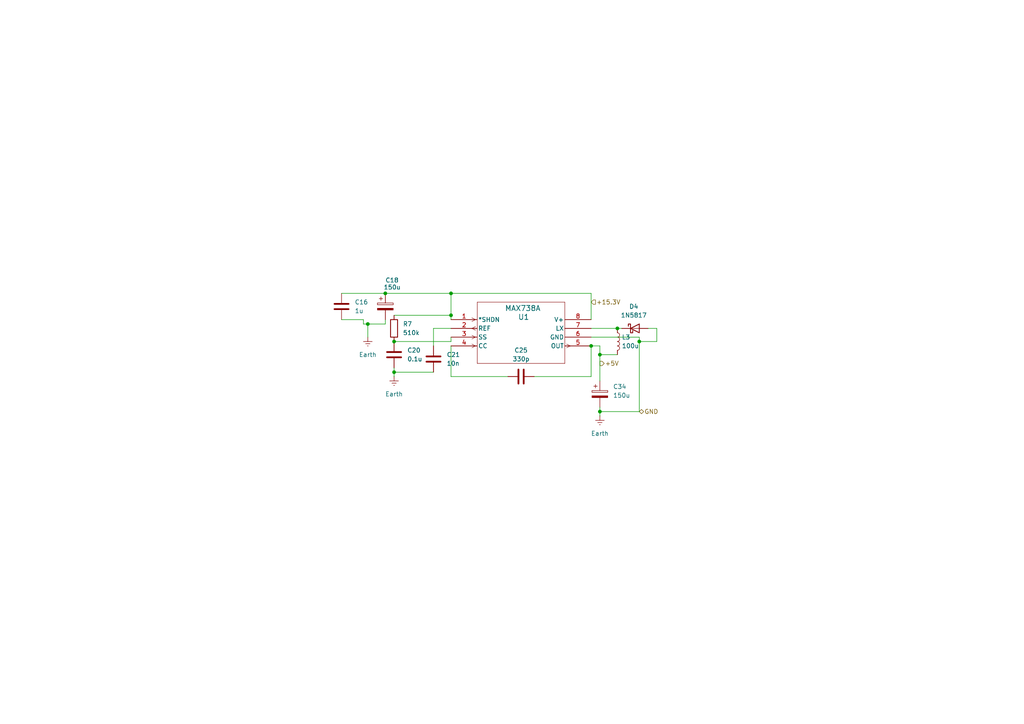
<source format=kicad_sch>
(kicad_sch
	(version 20250114)
	(generator "eeschema")
	(generator_version "9.0")
	(uuid "a527722c-7560-4e5b-b81e-2ea3f6602cac")
	(paper "A4")
	(lib_symbols
		(symbol "2025-05-20_09-16-11:max738acpa+"
			(pin_names
				(offset 0.254)
			)
			(exclude_from_sim no)
			(in_bom yes)
			(on_board yes)
			(property "Reference" "U"
				(at 20.32 10.16 0)
				(effects
					(font
						(size 1.524 1.524)
					)
				)
			)
			(property "Value" "max738acpa+"
				(at 20.32 7.62 0)
				(effects
					(font
						(size 1.524 1.524)
					)
				)
			)
			(property "Footprint" "21-0043_P8+3_MXM"
				(at 0 0 0)
				(effects
					(font
						(size 1.27 1.27)
						(italic yes)
					)
					(hide yes)
				)
			)
			(property "Datasheet" "max738acpa+"
				(at 0 0 0)
				(effects
					(font
						(size 1.27 1.27)
						(italic yes)
					)
					(hide yes)
				)
			)
			(property "Description" ""
				(at 0 0 0)
				(effects
					(font
						(size 1.27 1.27)
					)
					(hide yes)
				)
			)
			(property "ki_locked" ""
				(at 0 0 0)
				(effects
					(font
						(size 1.27 1.27)
					)
				)
			)
			(property "ki_keywords" "max738acpa+"
				(at 0 0 0)
				(effects
					(font
						(size 1.27 1.27)
					)
					(hide yes)
				)
			)
			(property "ki_fp_filters" "21-0043_P8+3_MXM"
				(at 0 0 0)
				(effects
					(font
						(size 1.27 1.27)
					)
					(hide yes)
				)
			)
			(symbol "max738acpa+_0_1"
				(polyline
					(pts
						(xy 7.0993 0) (xy 6.0579 0.5207)
					)
					(stroke
						(width 0.127)
						(type default)
					)
					(fill
						(type none)
					)
				)
				(polyline
					(pts
						(xy 7.0993 0) (xy 6.0579 -0.5207)
					)
					(stroke
						(width 0.127)
						(type default)
					)
					(fill
						(type none)
					)
				)
				(polyline
					(pts
						(xy 7.0993 -2.0193) (xy 6.0579 -2.54)
					)
					(stroke
						(width 0.127)
						(type default)
					)
					(fill
						(type none)
					)
				)
				(polyline
					(pts
						(xy 7.0993 -3.0607) (xy 6.0579 -2.54)
					)
					(stroke
						(width 0.127)
						(type default)
					)
					(fill
						(type none)
					)
				)
				(polyline
					(pts
						(xy 7.0993 -5.08) (xy 6.0579 -4.5593)
					)
					(stroke
						(width 0.127)
						(type default)
					)
					(fill
						(type none)
					)
				)
				(polyline
					(pts
						(xy 7.0993 -5.08) (xy 6.0579 -5.6007)
					)
					(stroke
						(width 0.127)
						(type default)
					)
					(fill
						(type none)
					)
				)
				(polyline
					(pts
						(xy 7.0993 -7.62) (xy 6.0579 -7.0993)
					)
					(stroke
						(width 0.127)
						(type default)
					)
					(fill
						(type none)
					)
				)
				(polyline
					(pts
						(xy 7.0993 -7.62) (xy 6.0579 -8.1407)
					)
					(stroke
						(width 0.127)
						(type default)
					)
					(fill
						(type none)
					)
				)
				(polyline
					(pts
						(xy 7.62 5.08) (xy 7.62 -12.7)
					)
					(stroke
						(width 0.127)
						(type default)
					)
					(fill
						(type none)
					)
				)
				(polyline
					(pts
						(xy 7.62 -12.7) (xy 33.02 -12.7)
					)
					(stroke
						(width 0.127)
						(type default)
					)
					(fill
						(type none)
					)
				)
				(polyline
					(pts
						(xy 33.02 5.08) (xy 7.62 5.08)
					)
					(stroke
						(width 0.127)
						(type default)
					)
					(fill
						(type none)
					)
				)
				(polyline
					(pts
						(xy 33.02 -12.7) (xy 33.02 5.08)
					)
					(stroke
						(width 0.127)
						(type default)
					)
					(fill
						(type none)
					)
				)
				(polyline
					(pts
						(xy 33.5407 -7.0993) (xy 34.5821 -7.62)
					)
					(stroke
						(width 0.127)
						(type default)
					)
					(fill
						(type none)
					)
				)
				(polyline
					(pts
						(xy 33.5407 -8.1407) (xy 34.5821 -7.62)
					)
					(stroke
						(width 0.127)
						(type default)
					)
					(fill
						(type none)
					)
				)
				(pin input line
					(at 0 0 0)
					(length 7.62)
					(name "*SHDN"
						(effects
							(font
								(size 1.27 1.27)
							)
						)
					)
					(number "1"
						(effects
							(font
								(size 1.27 1.27)
							)
						)
					)
				)
				(pin output line
					(at 0 -2.54 0)
					(length 7.62)
					(name "REF"
						(effects
							(font
								(size 1.27 1.27)
							)
						)
					)
					(number "2"
						(effects
							(font
								(size 1.27 1.27)
							)
						)
					)
				)
				(pin input line
					(at 0 -5.08 0)
					(length 7.62)
					(name "SS"
						(effects
							(font
								(size 1.27 1.27)
							)
						)
					)
					(number "3"
						(effects
							(font
								(size 1.27 1.27)
							)
						)
					)
				)
				(pin input line
					(at 0 -7.62 0)
					(length 7.62)
					(name "CC"
						(effects
							(font
								(size 1.27 1.27)
							)
						)
					)
					(number "4"
						(effects
							(font
								(size 1.27 1.27)
							)
						)
					)
				)
				(pin power_in line
					(at 40.64 0 180)
					(length 7.62)
					(name "V+"
						(effects
							(font
								(size 1.27 1.27)
							)
						)
					)
					(number "8"
						(effects
							(font
								(size 1.27 1.27)
							)
						)
					)
				)
				(pin unspecified line
					(at 40.64 -2.54 180)
					(length 7.62)
					(name "LX"
						(effects
							(font
								(size 1.27 1.27)
							)
						)
					)
					(number "7"
						(effects
							(font
								(size 1.27 1.27)
							)
						)
					)
				)
				(pin power_in line
					(at 40.64 -5.08 180)
					(length 7.62)
					(name "GND"
						(effects
							(font
								(size 1.27 1.27)
							)
						)
					)
					(number "6"
						(effects
							(font
								(size 1.27 1.27)
							)
						)
					)
				)
				(pin output line
					(at 40.64 -7.62 180)
					(length 7.62)
					(name "OUT"
						(effects
							(font
								(size 1.27 1.27)
							)
						)
					)
					(number "5"
						(effects
							(font
								(size 1.27 1.27)
							)
						)
					)
				)
			)
			(embedded_fonts no)
		)
		(symbol "Device:C"
			(pin_numbers
				(hide yes)
			)
			(pin_names
				(offset 0.254)
			)
			(exclude_from_sim no)
			(in_bom yes)
			(on_board yes)
			(property "Reference" "C"
				(at 0.635 2.54 0)
				(effects
					(font
						(size 1.27 1.27)
					)
					(justify left)
				)
			)
			(property "Value" "C"
				(at 0.635 -2.54 0)
				(effects
					(font
						(size 1.27 1.27)
					)
					(justify left)
				)
			)
			(property "Footprint" ""
				(at 0.9652 -3.81 0)
				(effects
					(font
						(size 1.27 1.27)
					)
					(hide yes)
				)
			)
			(property "Datasheet" "~"
				(at 0 0 0)
				(effects
					(font
						(size 1.27 1.27)
					)
					(hide yes)
				)
			)
			(property "Description" "Unpolarized capacitor"
				(at 0 0 0)
				(effects
					(font
						(size 1.27 1.27)
					)
					(hide yes)
				)
			)
			(property "ki_keywords" "cap capacitor"
				(at 0 0 0)
				(effects
					(font
						(size 1.27 1.27)
					)
					(hide yes)
				)
			)
			(property "ki_fp_filters" "C_*"
				(at 0 0 0)
				(effects
					(font
						(size 1.27 1.27)
					)
					(hide yes)
				)
			)
			(symbol "C_0_1"
				(polyline
					(pts
						(xy -2.032 0.762) (xy 2.032 0.762)
					)
					(stroke
						(width 0.508)
						(type default)
					)
					(fill
						(type none)
					)
				)
				(polyline
					(pts
						(xy -2.032 -0.762) (xy 2.032 -0.762)
					)
					(stroke
						(width 0.508)
						(type default)
					)
					(fill
						(type none)
					)
				)
			)
			(symbol "C_1_1"
				(pin passive line
					(at 0 3.81 270)
					(length 2.794)
					(name "~"
						(effects
							(font
								(size 1.27 1.27)
							)
						)
					)
					(number "1"
						(effects
							(font
								(size 1.27 1.27)
							)
						)
					)
				)
				(pin passive line
					(at 0 -3.81 90)
					(length 2.794)
					(name "~"
						(effects
							(font
								(size 1.27 1.27)
							)
						)
					)
					(number "2"
						(effects
							(font
								(size 1.27 1.27)
							)
						)
					)
				)
			)
			(embedded_fonts no)
		)
		(symbol "Device:C_Polarized"
			(pin_numbers
				(hide yes)
			)
			(pin_names
				(offset 0.254)
			)
			(exclude_from_sim no)
			(in_bom yes)
			(on_board yes)
			(property "Reference" "C"
				(at 0.635 2.54 0)
				(effects
					(font
						(size 1.27 1.27)
					)
					(justify left)
				)
			)
			(property "Value" "C_Polarized"
				(at 0.635 -2.54 0)
				(effects
					(font
						(size 1.27 1.27)
					)
					(justify left)
				)
			)
			(property "Footprint" ""
				(at 0.9652 -3.81 0)
				(effects
					(font
						(size 1.27 1.27)
					)
					(hide yes)
				)
			)
			(property "Datasheet" "~"
				(at 0 0 0)
				(effects
					(font
						(size 1.27 1.27)
					)
					(hide yes)
				)
			)
			(property "Description" "Polarized capacitor"
				(at 0 0 0)
				(effects
					(font
						(size 1.27 1.27)
					)
					(hide yes)
				)
			)
			(property "ki_keywords" "cap capacitor"
				(at 0 0 0)
				(effects
					(font
						(size 1.27 1.27)
					)
					(hide yes)
				)
			)
			(property "ki_fp_filters" "CP_*"
				(at 0 0 0)
				(effects
					(font
						(size 1.27 1.27)
					)
					(hide yes)
				)
			)
			(symbol "C_Polarized_0_1"
				(rectangle
					(start -2.286 0.508)
					(end 2.286 1.016)
					(stroke
						(width 0)
						(type default)
					)
					(fill
						(type none)
					)
				)
				(polyline
					(pts
						(xy -1.778 2.286) (xy -0.762 2.286)
					)
					(stroke
						(width 0)
						(type default)
					)
					(fill
						(type none)
					)
				)
				(polyline
					(pts
						(xy -1.27 2.794) (xy -1.27 1.778)
					)
					(stroke
						(width 0)
						(type default)
					)
					(fill
						(type none)
					)
				)
				(rectangle
					(start 2.286 -0.508)
					(end -2.286 -1.016)
					(stroke
						(width 0)
						(type default)
					)
					(fill
						(type outline)
					)
				)
			)
			(symbol "C_Polarized_1_1"
				(pin passive line
					(at 0 3.81 270)
					(length 2.794)
					(name "~"
						(effects
							(font
								(size 1.27 1.27)
							)
						)
					)
					(number "1"
						(effects
							(font
								(size 1.27 1.27)
							)
						)
					)
				)
				(pin passive line
					(at 0 -3.81 90)
					(length 2.794)
					(name "~"
						(effects
							(font
								(size 1.27 1.27)
							)
						)
					)
					(number "2"
						(effects
							(font
								(size 1.27 1.27)
							)
						)
					)
				)
			)
			(embedded_fonts no)
		)
		(symbol "Device:L"
			(pin_numbers
				(hide yes)
			)
			(pin_names
				(offset 1.016)
				(hide yes)
			)
			(exclude_from_sim no)
			(in_bom yes)
			(on_board yes)
			(property "Reference" "L"
				(at -1.27 0 90)
				(effects
					(font
						(size 1.27 1.27)
					)
				)
			)
			(property "Value" "L"
				(at 1.905 0 90)
				(effects
					(font
						(size 1.27 1.27)
					)
				)
			)
			(property "Footprint" ""
				(at 0 0 0)
				(effects
					(font
						(size 1.27 1.27)
					)
					(hide yes)
				)
			)
			(property "Datasheet" "~"
				(at 0 0 0)
				(effects
					(font
						(size 1.27 1.27)
					)
					(hide yes)
				)
			)
			(property "Description" "Inductor"
				(at 0 0 0)
				(effects
					(font
						(size 1.27 1.27)
					)
					(hide yes)
				)
			)
			(property "ki_keywords" "inductor choke coil reactor magnetic"
				(at 0 0 0)
				(effects
					(font
						(size 1.27 1.27)
					)
					(hide yes)
				)
			)
			(property "ki_fp_filters" "Choke_* *Coil* Inductor_* L_*"
				(at 0 0 0)
				(effects
					(font
						(size 1.27 1.27)
					)
					(hide yes)
				)
			)
			(symbol "L_0_1"
				(arc
					(start 0 2.54)
					(mid 0.6323 1.905)
					(end 0 1.27)
					(stroke
						(width 0)
						(type default)
					)
					(fill
						(type none)
					)
				)
				(arc
					(start 0 1.27)
					(mid 0.6323 0.635)
					(end 0 0)
					(stroke
						(width 0)
						(type default)
					)
					(fill
						(type none)
					)
				)
				(arc
					(start 0 0)
					(mid 0.6323 -0.635)
					(end 0 -1.27)
					(stroke
						(width 0)
						(type default)
					)
					(fill
						(type none)
					)
				)
				(arc
					(start 0 -1.27)
					(mid 0.6323 -1.905)
					(end 0 -2.54)
					(stroke
						(width 0)
						(type default)
					)
					(fill
						(type none)
					)
				)
			)
			(symbol "L_1_1"
				(pin passive line
					(at 0 3.81 270)
					(length 1.27)
					(name "1"
						(effects
							(font
								(size 1.27 1.27)
							)
						)
					)
					(number "1"
						(effects
							(font
								(size 1.27 1.27)
							)
						)
					)
				)
				(pin passive line
					(at 0 -3.81 90)
					(length 1.27)
					(name "2"
						(effects
							(font
								(size 1.27 1.27)
							)
						)
					)
					(number "2"
						(effects
							(font
								(size 1.27 1.27)
							)
						)
					)
				)
			)
			(embedded_fonts no)
		)
		(symbol "Device:R"
			(pin_numbers
				(hide yes)
			)
			(pin_names
				(offset 0)
			)
			(exclude_from_sim no)
			(in_bom yes)
			(on_board yes)
			(property "Reference" "R"
				(at 2.54 0 90)
				(effects
					(font
						(size 1.27 1.27)
					)
				)
			)
			(property "Value" "R"
				(at 0 0 90)
				(effects
					(font
						(size 1.27 1.27)
					)
				)
			)
			(property "Footprint" ""
				(at -1.778 0 90)
				(effects
					(font
						(size 1.27 1.27)
					)
					(hide yes)
				)
			)
			(property "Datasheet" "~"
				(at 0 0 0)
				(effects
					(font
						(size 1.27 1.27)
					)
					(hide yes)
				)
			)
			(property "Description" "Resistor"
				(at 5.842 2.032 0)
				(effects
					(font
						(size 1.27 1.27)
					)
					(hide yes)
				)
			)
			(property "ki_keywords" "R res resistor"
				(at 0 0 0)
				(effects
					(font
						(size 1.27 1.27)
					)
					(hide yes)
				)
			)
			(property "ki_fp_filters" "R_*"
				(at 0 0 0)
				(effects
					(font
						(size 1.27 1.27)
					)
					(hide yes)
				)
			)
			(symbol "R_0_1"
				(rectangle
					(start -1.016 -2.54)
					(end 1.016 2.54)
					(stroke
						(width 0.254)
						(type default)
					)
					(fill
						(type none)
					)
				)
			)
			(symbol "R_1_1"
				(pin passive line
					(at 0 3.81 270)
					(length 1.27)
					(name "~"
						(effects
							(font
								(size 1.27 1.27)
							)
						)
					)
					(number "1"
						(effects
							(font
								(size 1.27 1.27)
							)
						)
					)
				)
				(pin passive line
					(at 0 -3.81 90)
					(length 1.27)
					(name "~"
						(effects
							(font
								(size 1.27 1.27)
							)
						)
					)
					(number "2"
						(effects
							(font
								(size 1.27 1.27)
							)
						)
					)
				)
			)
			(embedded_fonts no)
		)
		(symbol "Diode:1N5817"
			(pin_numbers
				(hide yes)
			)
			(pin_names
				(offset 1.016)
				(hide yes)
			)
			(exclude_from_sim no)
			(in_bom yes)
			(on_board yes)
			(property "Reference" "D"
				(at 0 2.54 0)
				(effects
					(font
						(size 1.27 1.27)
					)
				)
			)
			(property "Value" "1N5817"
				(at 0 -2.54 0)
				(effects
					(font
						(size 1.27 1.27)
					)
				)
			)
			(property "Footprint" "Diode_THT:D_DO-41_SOD81_P10.16mm_Horizontal"
				(at 0 -4.445 0)
				(effects
					(font
						(size 1.27 1.27)
					)
					(hide yes)
				)
			)
			(property "Datasheet" "http://www.vishay.com/docs/88525/1n5817.pdf"
				(at 0 0 0)
				(effects
					(font
						(size 1.27 1.27)
					)
					(hide yes)
				)
			)
			(property "Description" "20V 1A Schottky Barrier Rectifier Diode, DO-41"
				(at 0 0 0)
				(effects
					(font
						(size 1.27 1.27)
					)
					(hide yes)
				)
			)
			(property "ki_keywords" "diode Schottky"
				(at 0 0 0)
				(effects
					(font
						(size 1.27 1.27)
					)
					(hide yes)
				)
			)
			(property "ki_fp_filters" "D*DO?41*"
				(at 0 0 0)
				(effects
					(font
						(size 1.27 1.27)
					)
					(hide yes)
				)
			)
			(symbol "1N5817_0_1"
				(polyline
					(pts
						(xy -1.905 0.635) (xy -1.905 1.27) (xy -1.27 1.27) (xy -1.27 -1.27) (xy -0.635 -1.27) (xy -0.635 -0.635)
					)
					(stroke
						(width 0.254)
						(type default)
					)
					(fill
						(type none)
					)
				)
				(polyline
					(pts
						(xy 1.27 1.27) (xy 1.27 -1.27) (xy -1.27 0) (xy 1.27 1.27)
					)
					(stroke
						(width 0.254)
						(type default)
					)
					(fill
						(type none)
					)
				)
				(polyline
					(pts
						(xy 1.27 0) (xy -1.27 0)
					)
					(stroke
						(width 0)
						(type default)
					)
					(fill
						(type none)
					)
				)
			)
			(symbol "1N5817_1_1"
				(pin passive line
					(at -3.81 0 0)
					(length 2.54)
					(name "K"
						(effects
							(font
								(size 1.27 1.27)
							)
						)
					)
					(number "1"
						(effects
							(font
								(size 1.27 1.27)
							)
						)
					)
				)
				(pin passive line
					(at 3.81 0 180)
					(length 2.54)
					(name "A"
						(effects
							(font
								(size 1.27 1.27)
							)
						)
					)
					(number "2"
						(effects
							(font
								(size 1.27 1.27)
							)
						)
					)
				)
			)
			(embedded_fonts no)
		)
		(symbol "power:Earth"
			(power)
			(pin_numbers
				(hide yes)
			)
			(pin_names
				(offset 0)
				(hide yes)
			)
			(exclude_from_sim no)
			(in_bom yes)
			(on_board yes)
			(property "Reference" "#PWR"
				(at 0 -6.35 0)
				(effects
					(font
						(size 1.27 1.27)
					)
					(hide yes)
				)
			)
			(property "Value" "Earth"
				(at 0 -3.81 0)
				(effects
					(font
						(size 1.27 1.27)
					)
				)
			)
			(property "Footprint" ""
				(at 0 0 0)
				(effects
					(font
						(size 1.27 1.27)
					)
					(hide yes)
				)
			)
			(property "Datasheet" "~"
				(at 0 0 0)
				(effects
					(font
						(size 1.27 1.27)
					)
					(hide yes)
				)
			)
			(property "Description" "Power symbol creates a global label with name \"Earth\""
				(at 0 0 0)
				(effects
					(font
						(size 1.27 1.27)
					)
					(hide yes)
				)
			)
			(property "ki_keywords" "global ground gnd"
				(at 0 0 0)
				(effects
					(font
						(size 1.27 1.27)
					)
					(hide yes)
				)
			)
			(symbol "Earth_0_1"
				(polyline
					(pts
						(xy -0.635 -1.905) (xy 0.635 -1.905)
					)
					(stroke
						(width 0)
						(type default)
					)
					(fill
						(type none)
					)
				)
				(polyline
					(pts
						(xy -0.127 -2.54) (xy 0.127 -2.54)
					)
					(stroke
						(width 0)
						(type default)
					)
					(fill
						(type none)
					)
				)
				(polyline
					(pts
						(xy 0 -1.27) (xy 0 0)
					)
					(stroke
						(width 0)
						(type default)
					)
					(fill
						(type none)
					)
				)
				(polyline
					(pts
						(xy 1.27 -1.27) (xy -1.27 -1.27)
					)
					(stroke
						(width 0)
						(type default)
					)
					(fill
						(type none)
					)
				)
			)
			(symbol "Earth_1_1"
				(pin power_in line
					(at 0 0 270)
					(length 0)
					(name "~"
						(effects
							(font
								(size 1.27 1.27)
							)
						)
					)
					(number "1"
						(effects
							(font
								(size 1.27 1.27)
							)
						)
					)
				)
			)
			(embedded_fonts no)
		)
	)
	(junction
		(at 171.45 100.33)
		(diameter 0)
		(color 0 0 0 0)
		(uuid "1a2cd376-899d-470d-ba01-dccd8186b638")
	)
	(junction
		(at 106.68 93.98)
		(diameter 0)
		(color 0 0 0 0)
		(uuid "2ee7fa41-7c6f-4d78-b669-8faa018c5ab1")
	)
	(junction
		(at 185.42 99.06)
		(diameter 0)
		(color 0 0 0 0)
		(uuid "66a15e71-1777-44e8-a856-716d65e5844f")
	)
	(junction
		(at 173.99 119.38)
		(diameter 0)
		(color 0 0 0 0)
		(uuid "70a6ece7-9e07-42ac-88c8-8b7e173e581c")
	)
	(junction
		(at 111.76 85.09)
		(diameter 0)
		(color 0 0 0 0)
		(uuid "8522337b-7aaf-461e-926f-3ecb04c068a8")
	)
	(junction
		(at 130.81 91.44)
		(diameter 0)
		(color 0 0 0 0)
		(uuid "87f6c657-66a4-4a3c-958d-28f23b89b7f9")
	)
	(junction
		(at 130.81 85.09)
		(diameter 0)
		(color 0 0 0 0)
		(uuid "970924ae-b102-4875-93f7-6108a00d03fa")
	)
	(junction
		(at 114.3 107.95)
		(diameter 0)
		(color 0 0 0 0)
		(uuid "c1eeb5e5-556c-4919-a363-bf732da1da1e")
	)
	(junction
		(at 114.3 99.06)
		(diameter 0)
		(color 0 0 0 0)
		(uuid "da183ddc-396b-497d-88e7-5c28cac433d0")
	)
	(junction
		(at 173.99 102.87)
		(diameter 0)
		(color 0 0 0 0)
		(uuid "dff5782d-ce37-4a95-89d8-26b1c08cc732")
	)
	(junction
		(at 179.07 95.25)
		(diameter 0)
		(color 0 0 0 0)
		(uuid "fb8a350c-59bd-4f46-8c47-c4aecedc939d")
	)
	(wire
		(pts
			(xy 125.73 107.95) (xy 114.3 107.95)
		)
		(stroke
			(width 0)
			(type default)
		)
		(uuid "0e00c7ea-c80b-4c4b-84ca-4a53ef0be119")
	)
	(wire
		(pts
			(xy 185.42 119.38) (xy 173.99 119.38)
		)
		(stroke
			(width 0)
			(type default)
		)
		(uuid "1a1829ba-7d1c-43f7-811a-4badb6e1404c")
	)
	(wire
		(pts
			(xy 173.99 118.11) (xy 173.99 119.38)
		)
		(stroke
			(width 0)
			(type default)
		)
		(uuid "1e04937d-673a-4461-b87b-52ee767172e6")
	)
	(wire
		(pts
			(xy 106.68 93.98) (xy 106.68 97.79)
		)
		(stroke
			(width 0)
			(type default)
		)
		(uuid "21693ce1-f035-472d-998a-0dcc12af10d3")
	)
	(wire
		(pts
			(xy 130.81 100.33) (xy 130.81 109.22)
		)
		(stroke
			(width 0)
			(type default)
		)
		(uuid "234c8a4d-7f87-4f2b-909f-2ac01e6d2251")
	)
	(wire
		(pts
			(xy 125.73 95.25) (xy 125.73 100.33)
		)
		(stroke
			(width 0)
			(type default)
		)
		(uuid "237b7fcf-6b12-4bac-99cf-fde68babe622")
	)
	(wire
		(pts
			(xy 99.06 85.09) (xy 111.76 85.09)
		)
		(stroke
			(width 0)
			(type default)
		)
		(uuid "328d6347-79cf-4d17-af96-7c0c3af1167c")
	)
	(wire
		(pts
			(xy 154.94 109.22) (xy 171.45 109.22)
		)
		(stroke
			(width 0)
			(type default)
		)
		(uuid "3458fedf-b3fd-40d5-b1b2-a8e7b5e1bb33")
	)
	(wire
		(pts
			(xy 114.3 106.68) (xy 114.3 107.95)
		)
		(stroke
			(width 0)
			(type default)
		)
		(uuid "4a074631-acf3-40df-b3a3-dff2607067b5")
	)
	(wire
		(pts
			(xy 130.81 95.25) (xy 125.73 95.25)
		)
		(stroke
			(width 0)
			(type default)
		)
		(uuid "4bed56e4-c193-49b6-93f9-fc3ebbbd938b")
	)
	(wire
		(pts
			(xy 173.99 110.49) (xy 173.99 102.87)
		)
		(stroke
			(width 0)
			(type default)
		)
		(uuid "4cdb54f9-303f-4dee-b47b-dcc60938a9e7")
	)
	(wire
		(pts
			(xy 171.45 95.25) (xy 179.07 95.25)
		)
		(stroke
			(width 0)
			(type default)
		)
		(uuid "4ec1633d-b270-4fc9-88d7-c5862d6f059a")
	)
	(wire
		(pts
			(xy 99.06 92.71) (xy 105.41 92.71)
		)
		(stroke
			(width 0)
			(type default)
		)
		(uuid "52e73f7a-2c58-462d-b12b-35db34ab058c")
	)
	(wire
		(pts
			(xy 171.45 85.09) (xy 171.45 92.71)
		)
		(stroke
			(width 0)
			(type default)
		)
		(uuid "5701182e-9421-491b-97bf-03e6e1670728")
	)
	(wire
		(pts
			(xy 187.96 95.25) (xy 190.5 95.25)
		)
		(stroke
			(width 0)
			(type default)
		)
		(uuid "57b8d26b-4268-4ed8-8a4d-6cc720341635")
	)
	(wire
		(pts
			(xy 171.45 109.22) (xy 171.45 100.33)
		)
		(stroke
			(width 0)
			(type default)
		)
		(uuid "5a1389c8-4b17-40b2-9c87-d292882a6c73")
	)
	(wire
		(pts
			(xy 180.34 95.25) (xy 179.07 95.25)
		)
		(stroke
			(width 0)
			(type default)
		)
		(uuid "5ee1769d-6545-46f0-a2cf-759584518297")
	)
	(wire
		(pts
			(xy 130.81 99.06) (xy 114.3 99.06)
		)
		(stroke
			(width 0)
			(type default)
		)
		(uuid "612c0974-1245-4d9b-8966-446ccd26a1d3")
	)
	(wire
		(pts
			(xy 130.81 85.09) (xy 171.45 85.09)
		)
		(stroke
			(width 0)
			(type default)
		)
		(uuid "658b397e-3bc6-4190-812d-0b8ef910750d")
	)
	(wire
		(pts
			(xy 173.99 119.38) (xy 173.99 120.65)
		)
		(stroke
			(width 0)
			(type default)
		)
		(uuid "6ce382fd-948d-496a-a87a-fc62992d60f0")
	)
	(wire
		(pts
			(xy 173.99 102.87) (xy 173.99 100.33)
		)
		(stroke
			(width 0)
			(type default)
		)
		(uuid "7311bada-d6ed-4d4d-b6d1-2f7868ed7740")
	)
	(wire
		(pts
			(xy 171.45 97.79) (xy 185.42 97.79)
		)
		(stroke
			(width 0)
			(type default)
		)
		(uuid "80392574-09b6-4a5c-926c-aab18a0fc6eb")
	)
	(wire
		(pts
			(xy 190.5 95.25) (xy 190.5 99.06)
		)
		(stroke
			(width 0)
			(type default)
		)
		(uuid "87ea73b4-9f14-47cc-95a8-1891e37c0e0d")
	)
	(wire
		(pts
			(xy 105.41 93.98) (xy 106.68 93.98)
		)
		(stroke
			(width 0)
			(type default)
		)
		(uuid "8ed1a9d3-cafa-4e79-a3cc-ed9d416ed5f9")
	)
	(wire
		(pts
			(xy 185.42 99.06) (xy 190.5 99.06)
		)
		(stroke
			(width 0)
			(type default)
		)
		(uuid "994a33fb-7cc4-420c-aebc-88e45e936cad")
	)
	(wire
		(pts
			(xy 130.81 109.22) (xy 147.32 109.22)
		)
		(stroke
			(width 0)
			(type default)
		)
		(uuid "9ed0e523-1c0f-4cc9-b168-708628192e6e")
	)
	(wire
		(pts
			(xy 130.81 85.09) (xy 130.81 91.44)
		)
		(stroke
			(width 0)
			(type default)
		)
		(uuid "ac500887-cc95-42a1-a345-3988d9dec6bb")
	)
	(wire
		(pts
			(xy 173.99 100.33) (xy 171.45 100.33)
		)
		(stroke
			(width 0)
			(type default)
		)
		(uuid "aea18b1e-d34a-4c78-94aa-51fa86476a69")
	)
	(wire
		(pts
			(xy 173.99 102.87) (xy 179.07 102.87)
		)
		(stroke
			(width 0)
			(type default)
		)
		(uuid "b19a0d2e-a90f-41c9-8f5a-815e92c5bbe2")
	)
	(wire
		(pts
			(xy 105.41 92.71) (xy 105.41 93.98)
		)
		(stroke
			(width 0)
			(type default)
		)
		(uuid "b3567cbc-678d-4b36-94d9-e5c0b61e6033")
	)
	(wire
		(pts
			(xy 114.3 91.44) (xy 130.81 91.44)
		)
		(stroke
			(width 0)
			(type default)
		)
		(uuid "c680a0fb-5b41-455b-a535-7693bf336777")
	)
	(wire
		(pts
			(xy 185.42 99.06) (xy 185.42 97.79)
		)
		(stroke
			(width 0)
			(type default)
		)
		(uuid "ca345af8-dd8d-408f-b9ea-160fb2233757")
	)
	(wire
		(pts
			(xy 111.76 85.09) (xy 130.81 85.09)
		)
		(stroke
			(width 0)
			(type default)
		)
		(uuid "cea3c649-554d-44b9-9cd4-e284666399fc")
	)
	(wire
		(pts
			(xy 111.76 93.98) (xy 106.68 93.98)
		)
		(stroke
			(width 0)
			(type default)
		)
		(uuid "d10e18b4-b21d-451d-9f89-47c6bddfd5a6")
	)
	(wire
		(pts
			(xy 114.3 107.95) (xy 114.3 109.22)
		)
		(stroke
			(width 0)
			(type default)
		)
		(uuid "e61b0f31-a58f-478a-9582-0fa74af230ca")
	)
	(wire
		(pts
			(xy 111.76 93.98) (xy 111.76 92.71)
		)
		(stroke
			(width 0)
			(type default)
		)
		(uuid "ef2286ff-56d2-441b-9555-b92f13853d30")
	)
	(wire
		(pts
			(xy 185.42 99.06) (xy 185.42 119.38)
		)
		(stroke
			(width 0)
			(type default)
		)
		(uuid "f91fc45b-595c-4e73-b8bf-b0652593f74f")
	)
	(wire
		(pts
			(xy 130.81 92.71) (xy 130.81 91.44)
		)
		(stroke
			(width 0)
			(type default)
		)
		(uuid "fb6fb144-736f-4563-a9d1-2238844229a1")
	)
	(wire
		(pts
			(xy 130.81 97.79) (xy 130.81 99.06)
		)
		(stroke
			(width 0)
			(type default)
		)
		(uuid "fd6f1fdd-4638-4763-8fc6-152b0f5d4ed3")
	)
	(hierarchical_label "+5V"
		(shape output)
		(at 173.99 105.41 0)
		(effects
			(font
				(size 1.27 1.27)
			)
			(justify left)
		)
		(uuid "06b03a46-a97d-4d5a-a396-fb5c8f1a3018")
	)
	(hierarchical_label "+15.3V"
		(shape input)
		(at 171.45 87.63 0)
		(effects
			(font
				(size 1.27 1.27)
			)
			(justify left)
		)
		(uuid "43a25e9b-4f9d-4ed3-bb8b-68be34e3c5cf")
	)
	(hierarchical_label "GND"
		(shape bidirectional)
		(at 185.42 119.38 0)
		(effects
			(font
				(size 1.27 1.27)
			)
			(justify left)
		)
		(uuid "5bba8fa7-c106-4a89-86f1-70a9ca844526")
	)
	(symbol
		(lib_id "Device:C_Polarized")
		(at 173.99 114.3 0)
		(unit 1)
		(exclude_from_sim no)
		(in_bom yes)
		(on_board yes)
		(dnp no)
		(fields_autoplaced yes)
		(uuid "16fbb9d4-2fb9-41c1-9c45-e5f882099570")
		(property "Reference" "C34"
			(at 177.8 112.1409 0)
			(effects
				(font
					(size 1.27 1.27)
				)
				(justify left)
			)
		)
		(property "Value" "150u"
			(at 177.8 114.6809 0)
			(effects
				(font
					(size 1.27 1.27)
				)
				(justify left)
			)
		)
		(property "Footprint" "Capacitor_THT:CP_Radial_D10.0mm_P5.00mm"
			(at 174.9552 118.11 0)
			(effects
				(font
					(size 1.27 1.27)
				)
				(hide yes)
			)
		)
		(property "Datasheet" "~"
			(at 173.99 114.3 0)
			(effects
				(font
					(size 1.27 1.27)
				)
				(hide yes)
			)
		)
		(property "Description" "Polarized capacitor"
			(at 173.99 114.3 0)
			(effects
				(font
					(size 1.27 1.27)
				)
				(hide yes)
			)
		)
		(pin "1"
			(uuid "671f9991-93f9-4dad-aaf8-3dd0c5dabb6e")
		)
		(pin "2"
			(uuid "374b0648-7b8c-49fa-a23b-9551afb3afc1")
		)
		(instances
			(project "Testingg"
				(path "/d079f0dd-1bb9-4c7d-8651-3665194d0900/16163f4a-824c-4f0b-b214-33a8cd5ce31e"
					(reference "C34")
					(unit 1)
				)
			)
		)
	)
	(symbol
		(lib_id "power:Earth")
		(at 106.68 97.79 0)
		(unit 1)
		(exclude_from_sim no)
		(in_bom yes)
		(on_board yes)
		(dnp no)
		(fields_autoplaced yes)
		(uuid "1b506d42-5eb0-4a10-9ca7-3ab4c7aee3d1")
		(property "Reference" "#PWR05"
			(at 106.68 104.14 0)
			(effects
				(font
					(size 1.27 1.27)
				)
				(hide yes)
			)
		)
		(property "Value" "Earth"
			(at 106.68 102.87 0)
			(effects
				(font
					(size 1.27 1.27)
				)
			)
		)
		(property "Footprint" ""
			(at 106.68 97.79 0)
			(effects
				(font
					(size 1.27 1.27)
				)
				(hide yes)
			)
		)
		(property "Datasheet" "~"
			(at 106.68 97.79 0)
			(effects
				(font
					(size 1.27 1.27)
				)
				(hide yes)
			)
		)
		(property "Description" "Power symbol creates a global label with name \"Earth\""
			(at 106.68 97.79 0)
			(effects
				(font
					(size 1.27 1.27)
				)
				(hide yes)
			)
		)
		(pin "1"
			(uuid "861f6099-316b-45f2-a286-748e31e8cb45")
		)
		(instances
			(project "Testingg"
				(path "/d079f0dd-1bb9-4c7d-8651-3665194d0900/16163f4a-824c-4f0b-b214-33a8cd5ce31e"
					(reference "#PWR05")
					(unit 1)
				)
			)
		)
	)
	(symbol
		(lib_id "Device:C")
		(at 99.06 88.9 180)
		(unit 1)
		(exclude_from_sim no)
		(in_bom yes)
		(on_board yes)
		(dnp no)
		(fields_autoplaced yes)
		(uuid "72bafd1d-7b44-414b-9f83-27a9893ad607")
		(property "Reference" "C16"
			(at 102.87 87.6299 0)
			(effects
				(font
					(size 1.27 1.27)
				)
				(justify right)
			)
		)
		(property "Value" "1u"
			(at 102.87 90.1699 0)
			(effects
				(font
					(size 1.27 1.27)
				)
				(justify right)
			)
		)
		(property "Footprint" "Capacitor_SMD:C_1206_3216Metric"
			(at 98.0948 85.09 0)
			(effects
				(font
					(size 1.27 1.27)
				)
				(hide yes)
			)
		)
		(property "Datasheet" "~"
			(at 99.06 88.9 0)
			(effects
				(font
					(size 1.27 1.27)
				)
				(hide yes)
			)
		)
		(property "Description" "Unpolarized capacitor"
			(at 99.06 88.9 0)
			(effects
				(font
					(size 1.27 1.27)
				)
				(hide yes)
			)
		)
		(pin "2"
			(uuid "aeaeb0cf-26e0-4cbf-8bae-328ea72418fb")
		)
		(pin "1"
			(uuid "8cd9c223-df2c-48e6-bd15-a24b6e6f747b")
		)
		(instances
			(project "Testingg"
				(path "/d079f0dd-1bb9-4c7d-8651-3665194d0900/16163f4a-824c-4f0b-b214-33a8cd5ce31e"
					(reference "C16")
					(unit 1)
				)
			)
		)
	)
	(symbol
		(lib_id "Device:C_Polarized")
		(at 111.76 88.9 0)
		(unit 1)
		(exclude_from_sim no)
		(in_bom yes)
		(on_board yes)
		(dnp no)
		(uuid "75cb4cc9-0a38-4d4e-8d5b-4435bd77cbde")
		(property "Reference" "C18"
			(at 111.76 81.28 0)
			(effects
				(font
					(size 1.27 1.27)
				)
				(justify left)
			)
		)
		(property "Value" "150u"
			(at 111.252 83.312 0)
			(effects
				(font
					(size 1.27 1.27)
				)
				(justify left)
			)
		)
		(property "Footprint" "Capacitor_THT:CP_Radial_D10.0mm_P5.00mm"
			(at 112.7252 92.71 0)
			(effects
				(font
					(size 1.27 1.27)
				)
				(hide yes)
			)
		)
		(property "Datasheet" "~"
			(at 111.76 88.9 0)
			(effects
				(font
					(size 1.27 1.27)
				)
				(hide yes)
			)
		)
		(property "Description" "Polarized capacitor"
			(at 111.76 88.9 0)
			(effects
				(font
					(size 1.27 1.27)
				)
				(hide yes)
			)
		)
		(pin "1"
			(uuid "ab428ef7-992e-42bf-b9f7-9ca41161129c")
		)
		(pin "2"
			(uuid "7b3bd854-62ee-4761-b220-acf86a0dc53b")
		)
		(instances
			(project "Testingg"
				(path "/d079f0dd-1bb9-4c7d-8651-3665194d0900/16163f4a-824c-4f0b-b214-33a8cd5ce31e"
					(reference "C18")
					(unit 1)
				)
			)
		)
	)
	(symbol
		(lib_id "Device:C")
		(at 125.73 104.14 180)
		(unit 1)
		(exclude_from_sim no)
		(in_bom yes)
		(on_board yes)
		(dnp no)
		(fields_autoplaced yes)
		(uuid "79107433-dbc9-4c35-b63d-4cc2223a4235")
		(property "Reference" "C21"
			(at 129.54 102.8699 0)
			(effects
				(font
					(size 1.27 1.27)
				)
				(justify right)
			)
		)
		(property "Value" "10n"
			(at 129.54 105.4099 0)
			(effects
				(font
					(size 1.27 1.27)
				)
				(justify right)
			)
		)
		(property "Footprint" "Capacitor_SMD:C_1206_3216Metric"
			(at 124.7648 100.33 0)
			(effects
				(font
					(size 1.27 1.27)
				)
				(hide yes)
			)
		)
		(property "Datasheet" "~"
			(at 125.73 104.14 0)
			(effects
				(font
					(size 1.27 1.27)
				)
				(hide yes)
			)
		)
		(property "Description" "Unpolarized capacitor"
			(at 125.73 104.14 0)
			(effects
				(font
					(size 1.27 1.27)
				)
				(hide yes)
			)
		)
		(pin "2"
			(uuid "189fc9d7-70eb-42c5-af26-a4abcaf40aaf")
		)
		(pin "1"
			(uuid "d19b9447-df05-4db1-bbc4-e29820c9abfc")
		)
		(instances
			(project "Testingg"
				(path "/d079f0dd-1bb9-4c7d-8651-3665194d0900/16163f4a-824c-4f0b-b214-33a8cd5ce31e"
					(reference "C21")
					(unit 1)
				)
			)
		)
	)
	(symbol
		(lib_id "power:Earth")
		(at 173.99 120.65 0)
		(unit 1)
		(exclude_from_sim no)
		(in_bom yes)
		(on_board yes)
		(dnp no)
		(fields_autoplaced yes)
		(uuid "81319712-2bcc-4c35-ba53-6475a6afbf06")
		(property "Reference" "#PWR013"
			(at 173.99 127 0)
			(effects
				(font
					(size 1.27 1.27)
				)
				(hide yes)
			)
		)
		(property "Value" "Earth"
			(at 173.99 125.73 0)
			(effects
				(font
					(size 1.27 1.27)
				)
			)
		)
		(property "Footprint" ""
			(at 173.99 120.65 0)
			(effects
				(font
					(size 1.27 1.27)
				)
				(hide yes)
			)
		)
		(property "Datasheet" "~"
			(at 173.99 120.65 0)
			(effects
				(font
					(size 1.27 1.27)
				)
				(hide yes)
			)
		)
		(property "Description" "Power symbol creates a global label with name \"Earth\""
			(at 173.99 120.65 0)
			(effects
				(font
					(size 1.27 1.27)
				)
				(hide yes)
			)
		)
		(pin "1"
			(uuid "acf26fa3-3f4d-430e-846f-1c91d01163d9")
		)
		(instances
			(project "Testingg"
				(path "/d079f0dd-1bb9-4c7d-8651-3665194d0900/16163f4a-824c-4f0b-b214-33a8cd5ce31e"
					(reference "#PWR013")
					(unit 1)
				)
			)
		)
	)
	(symbol
		(lib_id "Device:C")
		(at 114.3 102.87 180)
		(unit 1)
		(exclude_from_sim no)
		(in_bom yes)
		(on_board yes)
		(dnp no)
		(fields_autoplaced yes)
		(uuid "8d7b983c-af88-40fb-b87f-6357d957764e")
		(property "Reference" "C20"
			(at 118.11 101.5999 0)
			(effects
				(font
					(size 1.27 1.27)
				)
				(justify right)
			)
		)
		(property "Value" "0.1u"
			(at 118.11 104.1399 0)
			(effects
				(font
					(size 1.27 1.27)
				)
				(justify right)
			)
		)
		(property "Footprint" "Capacitor_SMD:C_1206_3216Metric"
			(at 113.3348 99.06 0)
			(effects
				(font
					(size 1.27 1.27)
				)
				(hide yes)
			)
		)
		(property "Datasheet" "~"
			(at 114.3 102.87 0)
			(effects
				(font
					(size 1.27 1.27)
				)
				(hide yes)
			)
		)
		(property "Description" "Unpolarized capacitor"
			(at 114.3 102.87 0)
			(effects
				(font
					(size 1.27 1.27)
				)
				(hide yes)
			)
		)
		(pin "2"
			(uuid "dd307753-13e4-48c9-94a1-4d7387a9f7ed")
		)
		(pin "1"
			(uuid "01c06b50-ae54-43a3-8c93-3ea78b8ca06f")
		)
		(instances
			(project "Testingg"
				(path "/d079f0dd-1bb9-4c7d-8651-3665194d0900/16163f4a-824c-4f0b-b214-33a8cd5ce31e"
					(reference "C20")
					(unit 1)
				)
			)
		)
	)
	(symbol
		(lib_id "power:Earth")
		(at 114.3 109.22 0)
		(unit 1)
		(exclude_from_sim no)
		(in_bom yes)
		(on_board yes)
		(dnp no)
		(fields_autoplaced yes)
		(uuid "8fbb9bd4-1c4e-4b1d-af95-5a817c0a7961")
		(property "Reference" "#PWR06"
			(at 114.3 115.57 0)
			(effects
				(font
					(size 1.27 1.27)
				)
				(hide yes)
			)
		)
		(property "Value" "Earth"
			(at 114.3 114.3 0)
			(effects
				(font
					(size 1.27 1.27)
				)
			)
		)
		(property "Footprint" ""
			(at 114.3 109.22 0)
			(effects
				(font
					(size 1.27 1.27)
				)
				(hide yes)
			)
		)
		(property "Datasheet" "~"
			(at 114.3 109.22 0)
			(effects
				(font
					(size 1.27 1.27)
				)
				(hide yes)
			)
		)
		(property "Description" "Power symbol creates a global label with name \"Earth\""
			(at 114.3 109.22 0)
			(effects
				(font
					(size 1.27 1.27)
				)
				(hide yes)
			)
		)
		(pin "1"
			(uuid "24be054a-17e8-4e3f-92e1-27f96b522915")
		)
		(instances
			(project "Testingg"
				(path "/d079f0dd-1bb9-4c7d-8651-3665194d0900/16163f4a-824c-4f0b-b214-33a8cd5ce31e"
					(reference "#PWR06")
					(unit 1)
				)
			)
		)
	)
	(symbol
		(lib_id "2025-05-20_09-16-11:max738acpa+")
		(at 130.81 92.71 0)
		(unit 1)
		(exclude_from_sim no)
		(in_bom yes)
		(on_board yes)
		(dnp no)
		(uuid "947021a4-2cd1-454d-a8a8-ad659460461e")
		(property "Reference" "U1"
			(at 151.892 91.948 0)
			(effects
				(font
					(size 1.524 1.524)
				)
			)
		)
		(property "Value" "MAX738A"
			(at 151.638 89.408 0)
			(effects
				(font
					(size 1.524 1.524)
				)
			)
		)
		(property "Footprint" "Package_DIP:DIP-8_W7.62mm"
			(at 130.81 92.71 0)
			(effects
				(font
					(size 1.27 1.27)
					(italic yes)
				)
				(hide yes)
			)
		)
		(property "Datasheet" "max738acpa+"
			(at 130.81 92.71 0)
			(effects
				(font
					(size 1.27 1.27)
					(italic yes)
				)
				(hide yes)
			)
		)
		(property "Description" ""
			(at 130.81 92.71 0)
			(effects
				(font
					(size 1.27 1.27)
				)
				(hide yes)
			)
		)
		(pin "1"
			(uuid "7f7a3765-bb6f-4277-aae8-d50a3d091f33")
		)
		(pin "2"
			(uuid "6937ed7b-f6a1-4941-8e90-9dbc9f0d0614")
		)
		(pin "3"
			(uuid "a2530136-86fa-4a39-9797-da37bf488a86")
		)
		(pin "4"
			(uuid "dacc8922-4696-4f71-b70c-1548bfc56029")
		)
		(pin "8"
			(uuid "9610a2b1-6b67-46f5-a14d-f9f77447affa")
		)
		(pin "7"
			(uuid "17d7698e-42a7-443e-afdd-31926a68ef17")
		)
		(pin "6"
			(uuid "6f4859e3-fea2-46a1-9c5c-236c968d8b0e")
		)
		(pin "5"
			(uuid "9feed2cf-b736-4083-871d-c833f9e175e4")
		)
		(instances
			(project "Testingg"
				(path "/d079f0dd-1bb9-4c7d-8651-3665194d0900/16163f4a-824c-4f0b-b214-33a8cd5ce31e"
					(reference "U1")
					(unit 1)
				)
			)
		)
	)
	(symbol
		(lib_id "Device:L")
		(at 179.07 99.06 0)
		(unit 1)
		(exclude_from_sim no)
		(in_bom yes)
		(on_board yes)
		(dnp no)
		(fields_autoplaced yes)
		(uuid "a06e2f3b-519e-451b-9e98-7a35dd0c732c")
		(property "Reference" "L3"
			(at 180.34 97.7899 0)
			(effects
				(font
					(size 1.27 1.27)
				)
				(justify left)
			)
		)
		(property "Value" "100u"
			(at 180.34 100.3299 0)
			(effects
				(font
					(size 1.27 1.27)
				)
				(justify left)
			)
		)
		(property "Footprint" "Inductor_THT:L_Radial_D7.8mm_P5.00mm_Fastron_07HCP"
			(at 179.07 99.06 0)
			(effects
				(font
					(size 1.27 1.27)
				)
				(hide yes)
			)
		)
		(property "Datasheet" "~"
			(at 179.07 99.06 0)
			(effects
				(font
					(size 1.27 1.27)
				)
				(hide yes)
			)
		)
		(property "Description" "Inductor"
			(at 179.07 99.06 0)
			(effects
				(font
					(size 1.27 1.27)
				)
				(hide yes)
			)
		)
		(pin "1"
			(uuid "90dfe846-06de-4262-b3c8-83d274d692b7")
		)
		(pin "2"
			(uuid "6a8cdffe-3216-4edc-9794-2e3d88a98bf7")
		)
		(instances
			(project "Testingg"
				(path "/d079f0dd-1bb9-4c7d-8651-3665194d0900/16163f4a-824c-4f0b-b214-33a8cd5ce31e"
					(reference "L3")
					(unit 1)
				)
			)
		)
	)
	(symbol
		(lib_id "Device:R")
		(at 114.3 95.25 0)
		(unit 1)
		(exclude_from_sim no)
		(in_bom yes)
		(on_board yes)
		(dnp no)
		(fields_autoplaced yes)
		(uuid "e6d946fb-b1e8-43b7-9e69-b8b1bb4057ae")
		(property "Reference" "R7"
			(at 116.84 93.9799 0)
			(effects
				(font
					(size 1.27 1.27)
				)
				(justify left)
			)
		)
		(property "Value" "510k"
			(at 116.84 96.5199 0)
			(effects
				(font
					(size 1.27 1.27)
				)
				(justify left)
			)
		)
		(property "Footprint" "Resistor_SMD:R_1206_3216Metric"
			(at 112.522 95.25 90)
			(effects
				(font
					(size 1.27 1.27)
				)
				(hide yes)
			)
		)
		(property "Datasheet" "~"
			(at 114.3 95.25 0)
			(effects
				(font
					(size 1.27 1.27)
				)
				(hide yes)
			)
		)
		(property "Description" "Resistor"
			(at 120.142 93.218 0)
			(effects
				(font
					(size 1.27 1.27)
				)
				(hide yes)
			)
		)
		(pin "1"
			(uuid "0a8d35b3-ead2-4397-972d-f3eca75af49b")
		)
		(pin "2"
			(uuid "508d15d5-9116-4e8a-95b8-8951d9149699")
		)
		(instances
			(project "Testingg"
				(path "/d079f0dd-1bb9-4c7d-8651-3665194d0900/16163f4a-824c-4f0b-b214-33a8cd5ce31e"
					(reference "R7")
					(unit 1)
				)
			)
		)
	)
	(symbol
		(lib_id "Diode:1N5817")
		(at 184.15 95.25 0)
		(unit 1)
		(exclude_from_sim no)
		(in_bom yes)
		(on_board yes)
		(dnp no)
		(fields_autoplaced yes)
		(uuid "eef20bbf-7995-4015-9fff-7855e4d857dd")
		(property "Reference" "D4"
			(at 183.8325 88.9 0)
			(effects
				(font
					(size 1.27 1.27)
				)
			)
		)
		(property "Value" "1N5817"
			(at 183.8325 91.44 0)
			(effects
				(font
					(size 1.27 1.27)
				)
			)
		)
		(property "Footprint" "Diode_SMD:D_SOD-123"
			(at 184.15 99.695 0)
			(effects
				(font
					(size 1.27 1.27)
				)
				(hide yes)
			)
		)
		(property "Datasheet" "http://www.vishay.com/docs/88525/1n5817.pdf"
			(at 184.15 95.25 0)
			(effects
				(font
					(size 1.27 1.27)
				)
				(hide yes)
			)
		)
		(property "Description" "20V 1A Schottky Barrier Rectifier Diode, DO-41"
			(at 184.15 95.25 0)
			(effects
				(font
					(size 1.27 1.27)
				)
				(hide yes)
			)
		)
		(pin "1"
			(uuid "af0cbedc-31f1-439e-b709-fbf1dbd6e5e5")
		)
		(pin "2"
			(uuid "8597f37c-dc2d-4f03-b3aa-10e9f044d06a")
		)
		(instances
			(project "Testingg"
				(path "/d079f0dd-1bb9-4c7d-8651-3665194d0900/16163f4a-824c-4f0b-b214-33a8cd5ce31e"
					(reference "D4")
					(unit 1)
				)
			)
		)
	)
	(symbol
		(lib_id "Device:C")
		(at 151.13 109.22 90)
		(unit 1)
		(exclude_from_sim no)
		(in_bom yes)
		(on_board yes)
		(dnp no)
		(fields_autoplaced yes)
		(uuid "f0a55a7d-255a-417f-a0f0-507262aa5577")
		(property "Reference" "C25"
			(at 151.13 101.6 90)
			(effects
				(font
					(size 1.27 1.27)
				)
			)
		)
		(property "Value" "330p"
			(at 151.13 104.14 90)
			(effects
				(font
					(size 1.27 1.27)
				)
			)
		)
		(property "Footprint" "Capacitor_SMD:C_1206_3216Metric"
			(at 154.94 108.2548 0)
			(effects
				(font
					(size 1.27 1.27)
				)
				(hide yes)
			)
		)
		(property "Datasheet" "~"
			(at 151.13 109.22 0)
			(effects
				(font
					(size 1.27 1.27)
				)
				(hide yes)
			)
		)
		(property "Description" "Unpolarized capacitor"
			(at 151.13 109.22 0)
			(effects
				(font
					(size 1.27 1.27)
				)
				(hide yes)
			)
		)
		(pin "2"
			(uuid "1aa62a44-d80c-4ac2-adb2-a829d80a0b21")
		)
		(pin "1"
			(uuid "cf5cbb19-c97c-4cc0-a42b-7883bf545278")
		)
		(instances
			(project "Testingg"
				(path "/d079f0dd-1bb9-4c7d-8651-3665194d0900/16163f4a-824c-4f0b-b214-33a8cd5ce31e"
					(reference "C25")
					(unit 1)
				)
			)
		)
	)
)

</source>
